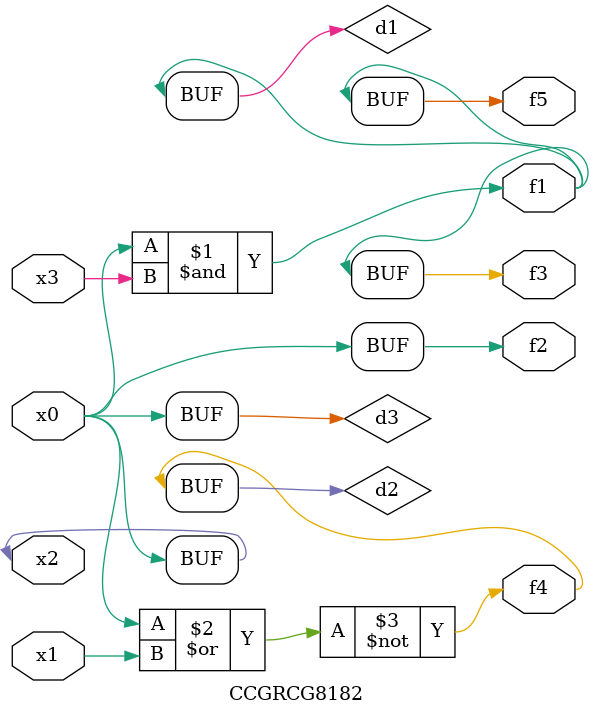
<source format=v>
module CCGRCG8182(
	input x0, x1, x2, x3,
	output f1, f2, f3, f4, f5
);

	wire d1, d2, d3;

	and (d1, x2, x3);
	nor (d2, x0, x1);
	buf (d3, x0, x2);
	assign f1 = d1;
	assign f2 = d3;
	assign f3 = d1;
	assign f4 = d2;
	assign f5 = d1;
endmodule

</source>
